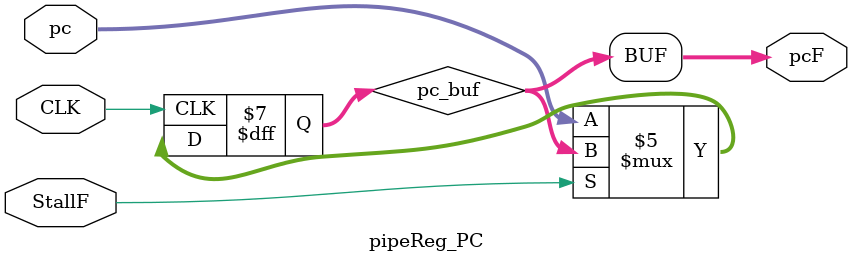
<source format=v>
/*
 *  TungstenHammer CSCI320
 *   Michael Hammer - Son Pham - Tung Phan
 *    MIPS CPU Implementation
 *     Based on Harris & Harris' "Digital Design and Computer Architecture"
 *     (2012)
 */

/** 
 * pipeReg_PC
 * This module represents the pipeline regester for the Program Counter entering 
 * the Fetch Stage.
 * INPUTS:
 * A clock signal to control when the regester releases and updates its
 * values.
 * A control signal to cause the register to not update its values.
 * An input signal for the value of pc.
 * OUTPUTS:
 * An output value for the pc in the Fetch stage.
 */
module pipeReg_PC(CLK, StallF, pc, pcF);
   // Control Input
   input CLK;
   input StallF; // enable

   input [31:0] pc;

   output [31:0] pcF;

   // Registers to temporarily store inputs
   reg [31:0] 	 pc_buf;

   initial
     pc_buf <= 32'h00400030;
   
   // Assign register values to outputs
   assign pcF = pc_buf;

   // Temporarily store input values to registers
   always @(posedge CLK) begin
      if ( !StallF ) // if it should not stall
	pc_buf <= pc;
      else
	pc_buf <= pc_buf;
   end
endmodule

</source>
